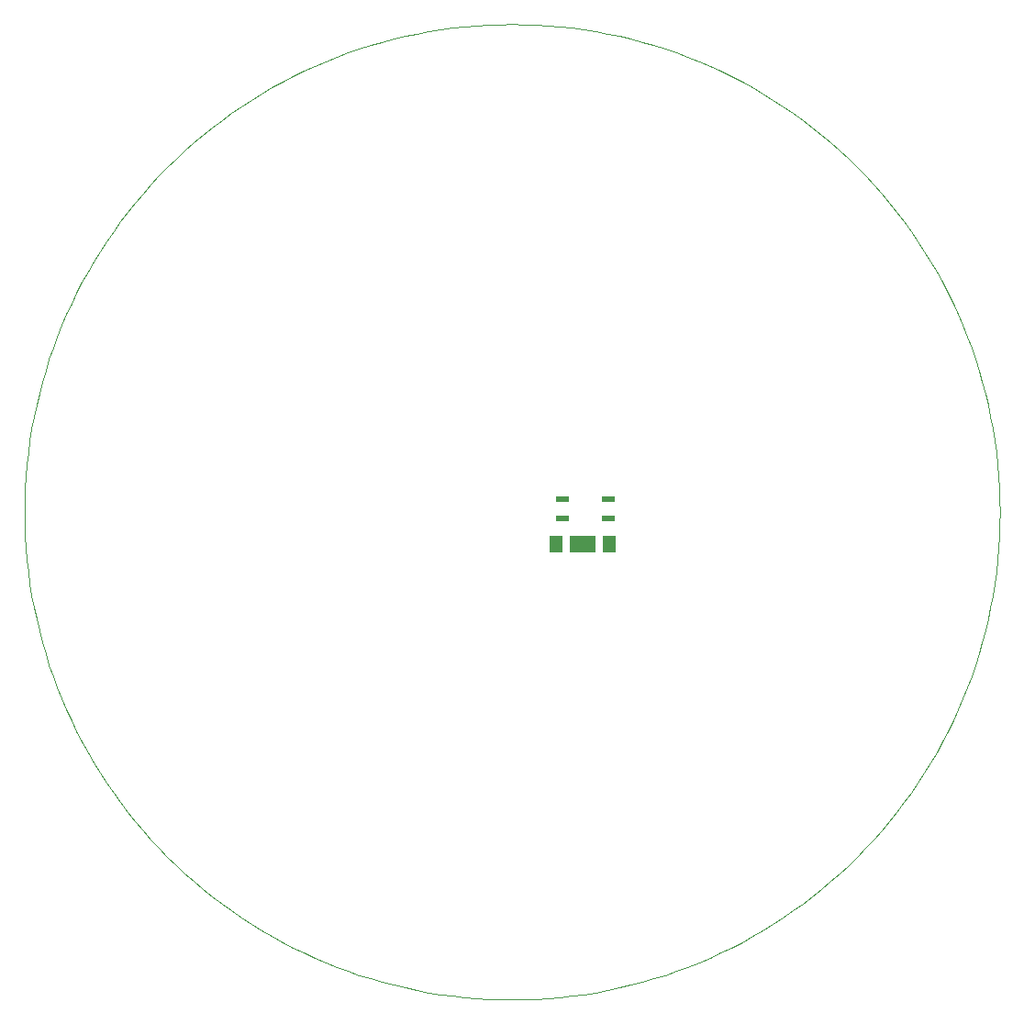
<source format=gbp>
G75*
%MOIN*%
%OFA0B0*%
%FSLAX25Y25*%
%IPPOS*%
%LPD*%
%AMOC8*
5,1,8,0,0,1.08239X$1,22.5*
%
%ADD10C,0.00039*%
%ADD11R,0.05118X0.05906*%
%ADD12R,0.04800X0.02100*%
D10*
X0300276Y0192366D02*
X0300329Y0196714D01*
X0300489Y0201059D01*
X0300756Y0205399D01*
X0301129Y0209731D01*
X0301608Y0214053D01*
X0302194Y0218362D01*
X0302884Y0222654D01*
X0303680Y0226929D01*
X0304581Y0231183D01*
X0305585Y0235414D01*
X0306694Y0239618D01*
X0307905Y0243794D01*
X0309218Y0247939D01*
X0310632Y0252051D01*
X0312147Y0256127D01*
X0313762Y0260164D01*
X0315475Y0264161D01*
X0317286Y0268114D01*
X0319193Y0272021D01*
X0321195Y0275881D01*
X0323292Y0279690D01*
X0325482Y0283447D01*
X0327763Y0287149D01*
X0330134Y0290794D01*
X0332594Y0294379D01*
X0335141Y0297903D01*
X0337774Y0301364D01*
X0340491Y0304758D01*
X0343290Y0308085D01*
X0346170Y0311343D01*
X0349130Y0314528D01*
X0352166Y0317641D01*
X0355279Y0320677D01*
X0358464Y0323637D01*
X0361722Y0326517D01*
X0365049Y0329316D01*
X0368443Y0332033D01*
X0371904Y0334666D01*
X0375428Y0337213D01*
X0379013Y0339673D01*
X0382658Y0342044D01*
X0386360Y0344325D01*
X0390117Y0346515D01*
X0393926Y0348612D01*
X0397786Y0350614D01*
X0401693Y0352521D01*
X0405646Y0354332D01*
X0409643Y0356045D01*
X0413680Y0357660D01*
X0417756Y0359175D01*
X0421868Y0360589D01*
X0426013Y0361902D01*
X0430189Y0363113D01*
X0434393Y0364222D01*
X0438624Y0365226D01*
X0442878Y0366127D01*
X0447153Y0366923D01*
X0451445Y0367613D01*
X0455754Y0368199D01*
X0460076Y0368678D01*
X0464408Y0369051D01*
X0468748Y0369318D01*
X0473093Y0369478D01*
X0477441Y0369531D01*
X0481789Y0369478D01*
X0486134Y0369318D01*
X0490474Y0369051D01*
X0494806Y0368678D01*
X0499128Y0368199D01*
X0503437Y0367613D01*
X0507729Y0366923D01*
X0512004Y0366127D01*
X0516258Y0365226D01*
X0520489Y0364222D01*
X0524693Y0363113D01*
X0528869Y0361902D01*
X0533014Y0360589D01*
X0537126Y0359175D01*
X0541202Y0357660D01*
X0545239Y0356045D01*
X0549236Y0354332D01*
X0553189Y0352521D01*
X0557096Y0350614D01*
X0560956Y0348612D01*
X0564765Y0346515D01*
X0568522Y0344325D01*
X0572224Y0342044D01*
X0575869Y0339673D01*
X0579454Y0337213D01*
X0582978Y0334666D01*
X0586439Y0332033D01*
X0589833Y0329316D01*
X0593160Y0326517D01*
X0596418Y0323637D01*
X0599603Y0320677D01*
X0602716Y0317641D01*
X0605752Y0314528D01*
X0608712Y0311343D01*
X0611592Y0308085D01*
X0614391Y0304758D01*
X0617108Y0301364D01*
X0619741Y0297903D01*
X0622288Y0294379D01*
X0624748Y0290794D01*
X0627119Y0287149D01*
X0629400Y0283447D01*
X0631590Y0279690D01*
X0633687Y0275881D01*
X0635689Y0272021D01*
X0637596Y0268114D01*
X0639407Y0264161D01*
X0641120Y0260164D01*
X0642735Y0256127D01*
X0644250Y0252051D01*
X0645664Y0247939D01*
X0646977Y0243794D01*
X0648188Y0239618D01*
X0649297Y0235414D01*
X0650301Y0231183D01*
X0651202Y0226929D01*
X0651998Y0222654D01*
X0652688Y0218362D01*
X0653274Y0214053D01*
X0653753Y0209731D01*
X0654126Y0205399D01*
X0654393Y0201059D01*
X0654553Y0196714D01*
X0654606Y0192366D01*
X0654553Y0188018D01*
X0654393Y0183673D01*
X0654126Y0179333D01*
X0653753Y0175001D01*
X0653274Y0170679D01*
X0652688Y0166370D01*
X0651998Y0162078D01*
X0651202Y0157803D01*
X0650301Y0153549D01*
X0649297Y0149318D01*
X0648188Y0145114D01*
X0646977Y0140938D01*
X0645664Y0136793D01*
X0644250Y0132681D01*
X0642735Y0128605D01*
X0641120Y0124568D01*
X0639407Y0120571D01*
X0637596Y0116618D01*
X0635689Y0112711D01*
X0633687Y0108851D01*
X0631590Y0105042D01*
X0629400Y0101285D01*
X0627119Y0097583D01*
X0624748Y0093938D01*
X0622288Y0090353D01*
X0619741Y0086829D01*
X0617108Y0083368D01*
X0614391Y0079974D01*
X0611592Y0076647D01*
X0608712Y0073389D01*
X0605752Y0070204D01*
X0602716Y0067091D01*
X0599603Y0064055D01*
X0596418Y0061095D01*
X0593160Y0058215D01*
X0589833Y0055416D01*
X0586439Y0052699D01*
X0582978Y0050066D01*
X0579454Y0047519D01*
X0575869Y0045059D01*
X0572224Y0042688D01*
X0568522Y0040407D01*
X0564765Y0038217D01*
X0560956Y0036120D01*
X0557096Y0034118D01*
X0553189Y0032211D01*
X0549236Y0030400D01*
X0545239Y0028687D01*
X0541202Y0027072D01*
X0537126Y0025557D01*
X0533014Y0024143D01*
X0528869Y0022830D01*
X0524693Y0021619D01*
X0520489Y0020510D01*
X0516258Y0019506D01*
X0512004Y0018605D01*
X0507729Y0017809D01*
X0503437Y0017119D01*
X0499128Y0016533D01*
X0494806Y0016054D01*
X0490474Y0015681D01*
X0486134Y0015414D01*
X0481789Y0015254D01*
X0477441Y0015201D01*
X0473093Y0015254D01*
X0468748Y0015414D01*
X0464408Y0015681D01*
X0460076Y0016054D01*
X0455754Y0016533D01*
X0451445Y0017119D01*
X0447153Y0017809D01*
X0442878Y0018605D01*
X0438624Y0019506D01*
X0434393Y0020510D01*
X0430189Y0021619D01*
X0426013Y0022830D01*
X0421868Y0024143D01*
X0417756Y0025557D01*
X0413680Y0027072D01*
X0409643Y0028687D01*
X0405646Y0030400D01*
X0401693Y0032211D01*
X0397786Y0034118D01*
X0393926Y0036120D01*
X0390117Y0038217D01*
X0386360Y0040407D01*
X0382658Y0042688D01*
X0379013Y0045059D01*
X0375428Y0047519D01*
X0371904Y0050066D01*
X0368443Y0052699D01*
X0365049Y0055416D01*
X0361722Y0058215D01*
X0358464Y0061095D01*
X0355279Y0064055D01*
X0352166Y0067091D01*
X0349130Y0070204D01*
X0346170Y0073389D01*
X0343290Y0076647D01*
X0340491Y0079974D01*
X0337774Y0083368D01*
X0335141Y0086829D01*
X0332594Y0090353D01*
X0330134Y0093938D01*
X0327763Y0097583D01*
X0325482Y0101285D01*
X0323292Y0105042D01*
X0321195Y0108851D01*
X0319193Y0112711D01*
X0317286Y0116618D01*
X0315475Y0120571D01*
X0313762Y0124568D01*
X0312147Y0128605D01*
X0310632Y0132681D01*
X0309218Y0136793D01*
X0307905Y0140938D01*
X0306694Y0145114D01*
X0305585Y0149318D01*
X0304581Y0153549D01*
X0303680Y0157803D01*
X0302884Y0162078D01*
X0302194Y0166370D01*
X0301608Y0170679D01*
X0301129Y0175001D01*
X0300756Y0179333D01*
X0300489Y0183673D01*
X0300329Y0188018D01*
X0300276Y0192366D01*
D11*
X0493260Y0180500D03*
X0500740Y0180500D03*
X0505260Y0180500D03*
X0512740Y0180500D03*
D12*
X0512300Y0190000D03*
X0512300Y0197000D03*
X0495700Y0197000D03*
X0495700Y0190000D03*
M02*

</source>
